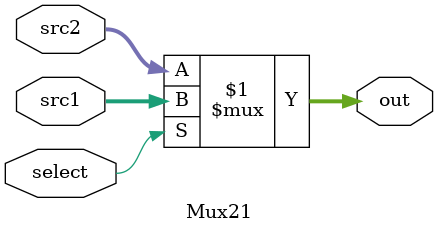
<source format=v>
module Mux21 (select, src1, src2, out);
	parameter size = 32;
	input select;
	input [size-1:0] src1, src2;
	output [size-1:0] out; 

	assign out = select ? src1: src2;
endmodule
</source>
